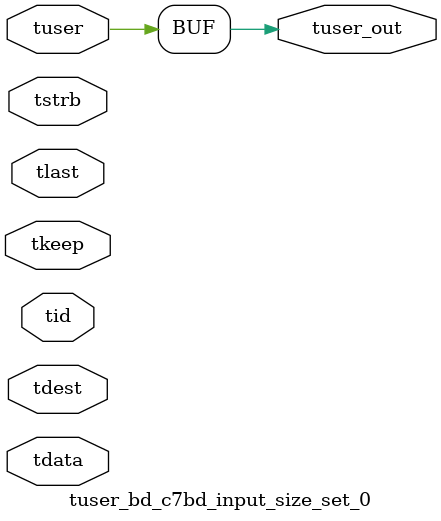
<source format=v>


`timescale 1ps/1ps

module tuser_bd_c7bd_input_size_set_0 #
(
parameter C_S_AXIS_TUSER_WIDTH = 1,
parameter C_S_AXIS_TDATA_WIDTH = 32,
parameter C_S_AXIS_TID_WIDTH   = 0,
parameter C_S_AXIS_TDEST_WIDTH = 0,
parameter C_M_AXIS_TUSER_WIDTH = 1
)
(
input  [(C_S_AXIS_TUSER_WIDTH == 0 ? 1 : C_S_AXIS_TUSER_WIDTH)-1:0     ] tuser,
input  [(C_S_AXIS_TDATA_WIDTH == 0 ? 1 : C_S_AXIS_TDATA_WIDTH)-1:0     ] tdata,
input  [(C_S_AXIS_TID_WIDTH   == 0 ? 1 : C_S_AXIS_TID_WIDTH)-1:0       ] tid,
input  [(C_S_AXIS_TDEST_WIDTH == 0 ? 1 : C_S_AXIS_TDEST_WIDTH)-1:0     ] tdest,
input  [(C_S_AXIS_TDATA_WIDTH/8)-1:0 ] tkeep,
input  [(C_S_AXIS_TDATA_WIDTH/8)-1:0 ] tstrb,
input                                                                    tlast,
output [C_M_AXIS_TUSER_WIDTH-1:0] tuser_out
);

assign tuser_out = {tuser[0:0]};

endmodule


</source>
